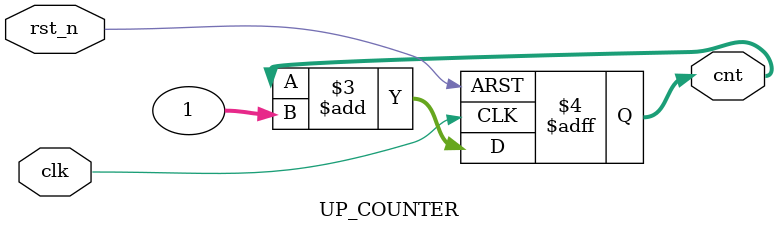
<source format=v>
/* Up counter */
module UP_COUNTER #(parameter WIDTH=32)(
    // Input signals
    clk,
    rst_n,
    // Output signals
    cnt
);

input clk;
input rst_n;

output reg [WIDTH-1:0] cnt;

always @ (posedge clk or negedge rst_n) begin
    if(!rst_n)
        cnt <= 0;
    else
        cnt <= cnt + 1;
end

endmodule
</source>
